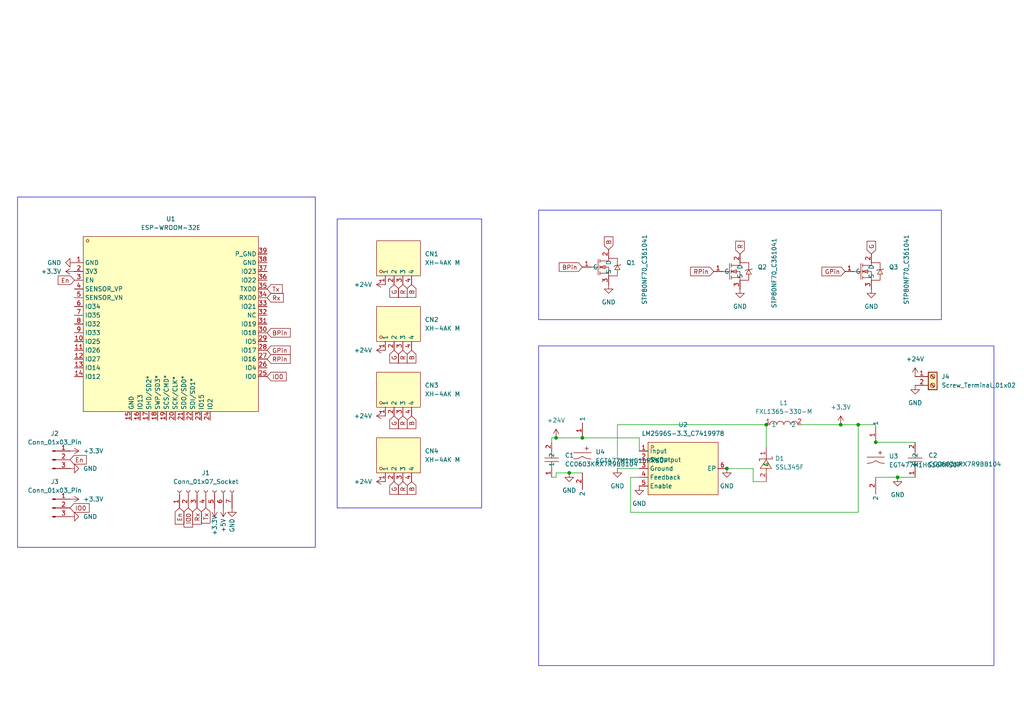
<source format=kicad_sch>
(kicad_sch (version 20231120) (generator "eeschema") (generator_version "8.0")
  (paper "A4")
  (lib_symbols
    (symbol "Connector:Conn_01x03_Pin" (pin_names (offset 1.016) hide)
      (property "Reference" "J" (at 0 5.08 0))
      (property "Value" "Conn_01x03_Pin" (at 0 -5.08 0))
      (symbol "Conn_01x03_Pin_1_1"
        (polyline (pts (xy 1.27 -2.54) (xy 0.8636 -2.54)) (stroke (width 0.1524)))
        (polyline (pts (xy 1.27 0) (xy 0.8636 0)) (stroke (width 0.1524)))
        (polyline (pts (xy 1.27 2.54) (xy 0.8636 2.54)) (stroke (width 0.1524)))
        (rectangle (start 0.8636 -2.413) (end 0 -2.667) (stroke (width 0.1524)) (fill (type outline)))
        (rectangle (start 0.8636 0.127) (end 0 -0.127) (stroke (width 0.1524)) (fill (type outline)))
        (rectangle (start 0.8636 2.667) (end 0 2.413) (stroke (width 0.1524)) (fill (type outline)))
        (pin passive line (at 5.08 2.54 180) (length 3.81) (name "Pin_1") (number "1"))
        (pin passive line (at 5.08 0 180) (length 3.81) (name "Pin_2") (number "2"))
        (pin passive line (at 5.08 -2.54 180) (length 3.81) (name "Pin_3") (number "3"))
      )
    )
    (symbol "Connector:Conn_01x07_Socket" (pin_names (offset 1.016) hide)
      (property "Reference" "J" (at 0 10.16 0))
      (property "Value" "Conn_01x07_Socket" (at 0 -10.16 0))
      (symbol "Conn_01x07_Socket_1_1"
        (arc (start 0 -7.112) (mid -0.5058 -7.62) (end 0 -8.128) (stroke (width 0.1524)))
        (arc (start 0 -4.572) (mid -0.5058 -5.08) (end 0 -5.588) (stroke (width 0.1524)))
        (arc (start 0 -2.032) (mid -0.5058 -2.54) (end 0 -3.048) (stroke (width 0.1524)))
        (polyline (pts (xy -1.27 -7.62) (xy -0.508 -7.62)) (stroke (width 0.1524)))
        (polyline (pts (xy -1.27 -5.08) (xy -0.508 -5.08)) (stroke (width 0.1524)))
        (polyline (pts (xy -1.27 -2.54) (xy -0.508 -2.54)) (stroke (width 0.1524)))
        (polyline (pts (xy -1.27 0) (xy -0.508 0)) (stroke (width 0.1524)))
        (polyline (pts (xy -1.27 2.54) (xy -0.508 2.54)) (stroke (width 0.1524)))
        (polyline (pts (xy -1.27 5.08) (xy -0.508 5.08)) (stroke (width 0.1524)))
        (polyline (pts (xy -1.27 7.62) (xy -0.508 7.62)) (stroke (width 0.1524)))
        (arc (start 0 0.508) (mid -0.5058 0) (end 0 -0.508) (stroke (width 0.1524)))
        (arc (start 0 3.048) (mid -0.5058 2.54) (end 0 2.032) (stroke (width 0.1524)))
        (arc (start 0 5.588) (mid -0.5058 5.08) (end 0 4.572) (stroke (width 0.1524)))
        (arc (start 0 8.128) (mid -0.5058 7.62) (end 0 7.112) (stroke (width 0.1524)))
        (pin passive line (at -5.08 7.62 0) (length 3.81) (name "Pin_1") (number "1"))
        (pin passive line (at -5.08 5.08 0) (length 3.81) (name "Pin_2") (number "2"))
        (pin passive line (at -5.08 2.54 0) (length 3.81) (name "Pin_3") (number "3"))
        (pin passive line (at -5.08 0 0) (length 3.81) (name "Pin_4") (number "4"))
        (pin passive line (at -5.08 -2.54 0) (length 3.81) (name "Pin_5") (number "5"))
        (pin passive line (at -5.08 -5.08 0) (length 3.81) (name "Pin_6") (number "6"))
        (pin passive line (at -5.08 -7.62 0) (length 3.81) (name "Pin_7") (number "7"))
      )
    )
    (symbol "Connector:Screw_Terminal_01x02" (pin_names (offset 1.016) hide)
      (property "Reference" "J" (at 0 2.54 0))
      (property "Value" "Screw_Terminal_01x02" (at 0 -5.08 0))
      (symbol "Screw_Terminal_01x02_1_1"
        (rectangle (start -1.27 1.27) (end 1.27 -3.81) (stroke (width 0.254)) (fill (type background)))
        (circle (center 0 -2.54) (radius 0.635) (stroke (width 0.1524)))
        (polyline (pts (xy -0.5334 -2.2098) (xy 0.3302 -3.048)) (stroke (width 0.1524)))
        (polyline (pts (xy -0.5334 0.3302) (xy 0.3302 -0.508)) (stroke (width 0.1524)))
        (polyline (pts (xy -0.3556 -2.032) (xy 0.508 -2.8702)) (stroke (width 0.1524)))
        (polyline (pts (xy -0.3556 0.508) (xy 0.508 -0.3302)) (stroke (width 0.1524)))
        (circle (center 0 0) (radius 0.635) (stroke (width 0.1524)))
        (pin passive line (at -5.08 0 0) (length 3.81) (name "Pin_1") (number "1"))
        (pin passive line (at -5.08 -2.54 0) (length 3.81) (name "Pin_2") (number "2"))
      )
    )
    (symbol "easyeda2kicad:CC0603KRX7R9BB104"
      (property "Reference" "C" (at 0 5.08 0))
      (property "Value" "CC0603KRX7R9BB104" (at 0 -5.08 0))
      (symbol "CC0603KRX7R9BB104_0_1"
        (polyline (pts (xy -0.51 -2.03) (xy -0.51 2.03)))
        (polyline (pts (xy -0.51 0) (xy -2.54 0)))
        (polyline (pts (xy 0.51 2.03) (xy 0.51 -2.03)))
        (polyline (pts (xy 2.54 0) (xy 0.51 0)))
        (pin unspecified line (at -5.08 0 0) (length 2.54) (name "1") (number "1"))
        (pin unspecified line (at 5.08 0 180) (length 2.54) (name "2") (number "2"))
      )
    )
    (symbol "easyeda2kicad:EGT477M1HG16RRS0P"
      (property "Reference" "U" (at 0 5.08 0))
      (property "Value" "EGT477M1HG16RRS0P" (at 0 -5.08 0))
      (symbol "EGT477M1HG16RRS0P_0_1"
        (rectangle (start -2.54 1.27) (end -1.52 1.27) (fill (type background)))
        (rectangle (start -2.03 1.78) (end -2.03 0.76) (fill (type background)))
        (polyline (pts (xy -0.76 2.54) (xy -0.76 -2.54)))
        (arc (start 0.25 0) (mid 0.8442 1.2066) (end 1.02 2.54))
        (arc (start 1.02 -2.54) (mid 0.8471 -1.2057) (end 0.25 0))
        (pin unspecified line (at -5.08 0 180) (length 4.318) (name "1") (number "1"))
        (pin unspecified line (at 5.08 0 0) (length 4.826) (name "2") (number "2"))
      )
    )
    (symbol "easyeda2kicad:ESP-WROOM-32E"
      (property "Reference" "U" (at 0 27.94 0))
      (property "Value" "ESP-WROOM-32E" (at 0 -30.48 0))
      (symbol "ESP-WROOM-32E_0_1"
        (rectangle (start -25.4 27.94) (end 25.4 -22.86) (fill (type background)))
        (circle (center -24.13 26.67) (radius 0.38))
        (pin unspecified line (at -27.94 20.32 0) (length 2.54) (name "GND") (number "1"))
        (pin unspecified line (at -27.94 -2.54 0) (length 2.54) (name "IO25") (number "10"))
        (pin unspecified line (at -27.94 -5.08 0) (length 2.54) (name "IO26") (number "11"))
        (pin unspecified line (at -27.94 -7.62 0) (length 2.54) (name "IO27") (number "12"))
        (pin unspecified line (at -27.94 -10.16 0) (length 2.54) (name "IO14") (number "13"))
        (pin unspecified line (at -27.94 -12.7 0) (length 2.54) (name "IO12") (number "14"))
        (pin unspecified line (at -11.43 -25.4 90) (length 2.54) (name "GND") (number "15"))
        (pin unspecified line (at -8.89 -25.4 90) (length 2.54) (name "IO13") (number "16"))
        (pin unspecified line (at -6.35 -25.4 90) (length 2.54) (name "SHD/SD2*") (number "17"))
        (pin unspecified line (at -3.81 -25.4 90) (length 2.54) (name "SWP/SD3*") (number "18"))
        (pin unspecified line (at -1.27 -25.4 90) (length 2.54) (name "SCS/CMD*") (number "19"))
        (pin unspecified line (at -27.94 17.78 0) (length 2.54) (name "3V3") (number "2"))
        (pin unspecified line (at 1.27 -25.4 90) (length 2.54) (name "SCK/CLK*") (number "20"))
        (pin unspecified line (at 3.81 -25.4 90) (length 2.54) (name "SDO/SD0*") (number "21"))
        (pin unspecified line (at 6.35 -25.4 90) (length 2.54) (name "SDI/SD1*") (number "22"))
        (pin unspecified line (at 8.89 -25.4 90) (length 2.54) (name "IO15") (number "23"))
        (pin unspecified line (at 11.43 -25.4 90) (length 2.54) (name "IO2") (number "24"))
        (pin unspecified line (at 27.94 -12.7 180) (length 2.54) (name "IO0") (number "25"))
        (pin unspecified line (at 27.94 -10.16 180) (length 2.54) (name "IO4") (number "26"))
        (pin unspecified line (at 27.94 -7.62 180) (length 2.54) (name "IO16") (number "27"))
        (pin unspecified line (at 27.94 -5.08 180) (length 2.54) (name "IO17") (number "28"))
        (pin unspecified line (at 27.94 -2.54 180) (length 2.54) (name "IO5") (number "29"))
        (pin unspecified line (at -27.94 15.24 0) (length 2.54) (name "EN") (number "3"))
        (pin unspecified line (at 27.94 0 180) (length 2.54) (name "IO18") (number "30"))
        (pin unspecified line (at 27.94 2.54 180) (length 2.54) (name "IO19") (number "31"))
        (pin unspecified line (at 27.94 5.08 180) (length 2.54) (name "NC") (number "32"))
        (pin unspecified line (at 27.94 7.62 180) (length 2.54) (name "IO21") (number "33"))
        (pin unspecified line (at 27.94 10.16 180) (length 2.54) (name "RXD0") (number "34"))
        (pin unspecified line (at 27.94 12.7 180) (length 2.54) (name "TXD0") (number "35"))
        (pin unspecified line (at 27.94 15.24 180) (length 2.54) (name "IO22") (number "36"))
        (pin unspecified line (at 27.94 17.78 180) (length 2.54) (name "IO23") (number "37"))
        (pin unspecified line (at 27.94 20.32 180) (length 2.54) (name "GND") (number "38"))
        (pin unspecified line (at 27.94 22.86 180) (length 2.54) (name "P_GND") (number "39"))
        (pin unspecified line (at -27.94 12.7 0) (length 2.54) (name "SENSOR_VP") (number "4"))
        (pin unspecified line (at -27.94 10.16 0) (length 2.54) (name "SENSOR_VN") (number "5"))
        (pin unspecified line (at -27.94 7.62 0) (length 2.54) (name "IO34") (number "6"))
        (pin unspecified line (at -27.94 5.08 0) (length 2.54) (name "IO35") (number "7"))
        (pin unspecified line (at -27.94 2.54 0) (length 2.54) (name "IO32") (number "8"))
        (pin unspecified line (at -27.94 0 0) (length 2.54) (name "IO33") (number "9"))
      )
    )
    (symbol "easyeda2kicad:FXL1365-330-M"
      (property "Reference" "L" (at 0 5.08 0))
      (property "Value" "FXL1365-330-M" (at 0 -5.08 0))
      (symbol "FXL1365-330-M_0_1"
        (arc (start -2.03 0.01) (mid -3.055 1.013) (end -4.06 -0.01))
        (arc (start 0 0.01) (mid -1.025 1.013) (end -2.03 -0.01))
        (arc (start 2.03 0.01) (mid 1.005 1.013) (end 0 -0.01))
        (arc (start 4.06 0.01) (mid 3.035 1.013) (end 2.03 -0.01))
        (pin unspecified line (at -5.08 0 0) (length 1.016) (name "1") (number "1"))
        (pin unspecified line (at 5.08 0 180) (length 1.016) (name "2") (number "2"))
      )
    )
    (symbol "easyeda2kicad:LM2596S-3.3_C7419978"
      (property "Reference" "U" (at 0 10.16 0))
      (property "Value" "LM2596S-3.3_C7419978" (at 0 -10.16 0))
      (symbol "LM2596S-3.3_C7419978_0_1"
        (rectangle (start -10.16 7.62) (end 10.16 -7.62) (fill (type background)))
        (circle (center -8.89 6.35) (radius 0.38))
        (pin unspecified line (at -12.7 5.08 0) (length 2.54) (name "Input") (number "1"))
        (pin unspecified line (at -12.7 2.54 0) (length 2.54) (name "SWOutput") (number "2"))
        (pin unspecified line (at -12.7 0 0) (length 2.54) (name "Ground") (number "3"))
        (pin unspecified line (at -12.7 -2.54 0) (length 2.54) (name "Feedback") (number "4"))
        (pin unspecified line (at -12.7 -5.08 0) (length 2.54) (name "Enable") (number "5"))
        (pin unspecified line (at 12.7 0 180) (length 2.54) (name "EP") (number "6"))
      )
    )
    (symbol "easyeda2kicad:SSL345F"
      (property "Reference" "D" (at 0 5.08 0))
      (property "Value" "SSL345F" (at 0 -5.08 0))
      (symbol "SSL345F_0_1"
        (polyline (pts (xy 1.27 1.52) (xy -1.27 0) (xy 1.27 -1.78) (xy 1.27 1.52)) (fill (type background)))
        (polyline (pts (xy -2.03 1.52) (xy -2.03 1.78) (xy -1.52 1.78) (xy -1.52 -2.03) (xy -1.02 -2.03) (xy -1.02 -1.78)))
        (pin unspecified line (at -5.08 0 0) (length 3.81) (name "C") (number "1"))
        (pin unspecified line (at 5.08 0 180) (length 3.81) (name "A") (number "2"))
      )
    )
    (symbol "easyeda2kicad:STP80NF70_C361041"
      (property "Reference" "Q" (at 0 10.16 0))
      (property "Value" "STP80NF70_C361041" (at 0 -10.16 0))
      (symbol "STP80NF70_C361041_0_1"
        (polyline (pts (xy -5.08 0) (xy -3.05 0)))
        (polyline (pts (xy -3.05 2.29) (xy -3.05 -2.29)))
        (polyline (pts (xy -2.54 -2.29) (xy -2.54 -1.27)))
        (polyline (pts (xy -2.54 -0.51) (xy -2.54 0.51)))
        (polyline (pts (xy -2.54 2.29) (xy -2.54 1.27)))
        (polyline (pts (xy 0 -1.78) (xy -2.54 -1.78)))
        (polyline (pts (xy -2.54 0) (xy -1.02 -0.51) (xy -1.02 0.51) (xy -2.54 0)) (fill (type background)))
        (polyline (pts (xy 2.54 0.51) (xy 1.78 -0.76) (xy 3.3 -0.76) (xy 2.54 0.51)) (fill (type background)))
        (polyline (pts (xy 3.56 0.76) (xy 3.05 0.51) (xy 2.03 0.51) (xy 1.52 0.25)))
        (polyline (pts (xy -2.54 0) (xy 0 0) (xy 0 -2.54) (xy 2.54 -2.54) (xy 2.54 -0.76)))
        (polyline (pts (xy -2.54 1.78) (xy 0 1.78) (xy 0 2.54) (xy 2.54 2.54) (xy 2.54 0.51)))
        (pin unspecified line (at -7.62 0 0) (length 2.54) (name "G") (number "1"))
        (pin unspecified line (at 0 5.08 270) (length 2.54) (name "D") (number "2"))
        (pin unspecified line (at 0 -5.08 90) (length 2.54) (name "S") (number "3"))
      )
    )
    (symbol "easyeda2kicad:XH-4AKM"
      (property "Reference" "CN" (at 0 8.89 0))
      (property "Value" "XH-4AK M" (at 0 -8.89 0))
      (symbol "XH-4AKM_0_1"
        (rectangle (start -3.81 6.35) (end 6.35 -6.35) (fill (type background)))
        (circle (center -2.54 5.08) (radius 0.38))
        (pin unspecified line (at -6.35 3.81 0) (length 2.54) (name "1") (number "1"))
        (pin unspecified line (at -6.35 1.27 0) (length 2.54) (name "2") (number "2"))
        (pin unspecified line (at -6.35 -1.27 0) (length 2.54) (name "3") (number "3"))
        (pin unspecified line (at -6.35 -3.81 0) (length 2.54) (name "4") (number "4"))
      )
    )
    (symbol "power:+24V" (power) (pin_numbers hide) (pin_names (offset 0) hide)
      (property "Value" "+24V" (at 0 3.556 0))
      (symbol "+24V_0_1"
        (polyline (pts (xy -0.762 1.27) (xy 0 2.54)))
        (polyline (pts (xy 0 0) (xy 0 2.54)))
        (polyline (pts (xy 0 2.54) (xy 0.762 1.27)))
      )
      (symbol "+24V_1_1"
        (pin power_in line (at 0 0 90) (length 0) (name "~") (number "1"))
      )
    )
    (symbol "power:+3.3V" (power) (pin_numbers hide) (pin_names (offset 0) hide)
      (property "Value" "+3.3V" (at 0 3.556 0))
      (symbol "+3.3V_0_1"
        (polyline (pts (xy -0.762 1.27) (xy 0 2.54)))
        (polyline (pts (xy 0 0) (xy 0 2.54)))
        (polyline (pts (xy 0 2.54) (xy 0.762 1.27)))
      )
      (symbol "+3.3V_1_1"
        (pin power_in line (at 0 0 90) (length 0) (name "~") (number "1"))
      )
    )
    (symbol "power:+5V" (power) (pin_numbers hide) (pin_names (offset 0) hide)
      (property "Value" "+5V" (at 0 3.556 0))
      (symbol "+5V_0_1"
        (polyline (pts (xy -0.762 1.27) (xy 0 2.54)))
        (polyline (pts (xy 0 0) (xy 0 2.54)))
        (polyline (pts (xy 0 2.54) (xy 0.762 1.27)))
      )
      (symbol "+5V_1_1"
        (pin power_in line (at 0 0 90) (length 0) (name "~") (number "1"))
      )
    )
    (symbol "power:GND" (power) (pin_numbers hide) (pin_names (offset 0) hide)
      (property "Value" "GND" (at 0 -3.81 0))
      (symbol "GND_0_1"
        (polyline (pts (xy 0 0) (xy 0 -1.27) (xy 1.27 -1.27) (xy 0 -2.54) (xy -1.27 -1.27) (xy 0 -1.27)))
      )
      (symbol "GND_1_1"
        (pin power_in line (at 0 0 270) (length 0) (name "~") (number "1"))
      )
    )
  )
  (junction (at 260.35 138.43))
  (junction (at 161.29 127))
  (junction (at 254 128.27))
  (junction (at 222.25 123.19))
  (junction (at 168.91 127))
  (junction (at 243.84 123.19))
  (junction (at 165.1 137.16))
  (junction (at 210.82 135.89))
  (junction (at 248.92 123.19))
  (wire (pts (xy 182.88 138.43) (xy 182.88 148.59)))
  (wire (pts (xy 182.88 148.59) (xy 248.92 148.59)))
  (wire (pts (xy 160.02 127) (xy 161.29 127)))
  (wire (pts (xy 254 123.19) (xy 254 128.27)))
  (wire (pts (xy 232.41 123.19) (xy 243.84 123.19)))
  (wire (pts (xy 218.44 135.89) (xy 210.82 135.89)))
  (wire (pts (xy 161.29 138.43) (xy 160.02 138.43)))
  (wire (pts (xy 222.25 123.19) (xy 222.25 129.54)))
  (wire (pts (xy 168.91 127) (xy 185.42 127)))
  (wire (pts (xy 168.91 137.16) (xy 165.1 137.16)))
  (wire (pts (xy 248.92 148.59) (xy 248.92 123.19)))
  (wire (pts (xy 161.29 127) (xy 168.91 127)))
  (wire (pts (xy 185.42 133.35) (xy 179.07 133.35)))
  (wire (pts (xy 160.02 128.27) (xy 160.02 127)))
  (wire (pts (xy 185.42 138.43) (xy 182.88 138.43)))
  (wire (pts (xy 248.92 123.19) (xy 254 123.19)))
  (wire (pts (xy 179.07 133.35) (xy 179.07 123.19)))
  (wire (pts (xy 161.29 137.16) (xy 161.29 138.43)))
  (wire (pts (xy 254 128.27) (xy 265.43 128.27)))
  (wire (pts (xy 222.25 139.7) (xy 218.44 139.7)))
  (wire (pts (xy 165.1 137.16) (xy 161.29 137.16)))
  (wire (pts (xy 243.84 123.19) (xy 248.92 123.19)))
  (wire (pts (xy 260.35 138.43) (xy 265.43 138.43)))
  (wire (pts (xy 179.07 123.19) (xy 222.25 123.19)))
  (wire (pts (xy 179.07 135.89) (xy 185.42 135.89)))
  (wire (pts (xy 254 138.43) (xy 260.35 138.43)))
  (wire (pts (xy 185.42 130.81) (xy 185.42 127)))
  (wire (pts (xy 218.44 139.7) (xy 218.44 135.89)))
  (rectangle (start 156.21 60.96) (end 273.05 92.71))
  (rectangle (start 156.21 100.33) (end 288.29 193.04))
  (rectangle (start 97.79 63.5) (end 139.7 147.32))
  (rectangle (start 5.08 57.15) (end 91.44 158.75))
  (global_label "Rx" (shape input) (at 77.47 86.36 0) (property "Intersheetrefs" "${INTERSHEET_REFS}" (effects (hide yes))))
  (global_label "R" (shape input) (at 116.84 120.65 270) (property "Intersheetrefs" "${INTERSHEET_REFS}" (effects (hide yes))))
  (global_label "Tx" (shape input) (at 77.47 83.82 0) (property "Intersheetrefs" "${INTERSHEET_REFS}" (effects (hide yes))))
  (global_label "B" (shape input) (at 119.38 82.55 270) (property "Intersheetrefs" "${INTERSHEET_REFS}" (effects (hide yes))))
  (global_label "R" (shape input) (at 116.84 101.6 270) (property "Intersheetrefs" "${INTERSHEET_REFS}" (effects (hide yes))))
  (global_label "G" (shape input) (at 114.3 82.55 270) (property "Intersheetrefs" "${INTERSHEET_REFS}" (effects (hide yes))))
  (global_label "RPin" (shape input) (at 77.47 104.14 0) (property "Intersheetrefs" "${INTERSHEET_REFS}" (effects (hide yes))))
  (global_label "GPin" (shape input) (at 245.11 78.74 180) (property "Intersheetrefs" "${INTERSHEET_REFS}" (effects (hide yes))))
  (global_label "G" (shape input) (at 114.3 139.7 270) (property "Intersheetrefs" "${INTERSHEET_REFS}" (effects (hide yes))))
  (global_label "BPin" (shape input) (at 168.91 77.47 180) (property "Intersheetrefs" "${INTERSHEET_REFS}" (effects (hide yes))))
  (global_label "B" (shape input) (at 119.38 101.6 270) (property "Intersheetrefs" "${INTERSHEET_REFS}" (effects (hide yes))))
  (global_label "IO0" (shape input) (at 77.47 109.22 0) (property "Intersheetrefs" "${INTERSHEET_REFS}" (effects (hide yes))))
  (global_label "R" (shape input) (at 214.63 73.66 90) (property "Intersheetrefs" "${INTERSHEET_REFS}" (effects (hide yes))))
  (global_label "B" (shape input) (at 119.38 139.7 270) (property "Intersheetrefs" "${INTERSHEET_REFS}" (effects (hide yes))))
  (global_label "RPin" (shape input) (at 207.01 78.74 180) (property "Intersheetrefs" "${INTERSHEET_REFS}" (effects (hide yes))))
  (global_label "G" (shape input) (at 114.3 120.65 270) (property "Intersheetrefs" "${INTERSHEET_REFS}" (effects (hide yes))))
  (global_label "B" (shape input) (at 119.38 120.65 270) (property "Intersheetrefs" "${INTERSHEET_REFS}" (effects (hide yes))))
  (global_label "R" (shape input) (at 116.84 139.7 270) (property "Intersheetrefs" "${INTERSHEET_REFS}" (effects (hide yes))))
  (global_label "GPin" (shape input) (at 77.47 101.6 0) (property "Intersheetrefs" "${INTERSHEET_REFS}" (effects (hide yes))))
  (global_label "G" (shape input) (at 114.3 101.6 270) (property "Intersheetrefs" "${INTERSHEET_REFS}" (effects (hide yes))))
  (global_label "R" (shape input) (at 116.84 82.55 270) (property "Intersheetrefs" "${INTERSHEET_REFS}" (effects (hide yes))))
  (global_label "En" (shape input) (at 20.32 133.35 0) (property "Intersheetrefs" "${INTERSHEET_REFS}" (effects (hide yes))))
  (global_label "En" (shape input) (at 21.59 81.28 180) (property "Intersheetrefs" "${INTERSHEET_REFS}" (effects (hide yes))))
  (global_label "IO0" (shape input) (at 54.61 147.32 270) (property "Intersheetrefs" "${INTERSHEET_REFS}" (effects (hide yes))))
  (global_label "IO0" (shape input) (at 20.32 147.32 0) (property "Intersheetrefs" "${INTERSHEET_REFS}" (effects (hide yes))))
  (global_label "B" (shape input) (at 176.53 72.39 90) (property "Intersheetrefs" "${INTERSHEET_REFS}" (effects (hide yes))))
  (global_label "Tx" (shape input) (at 59.69 147.32 270) (property "Intersheetrefs" "${INTERSHEET_REFS}" (effects (hide yes))))
  (global_label "En" (shape input) (at 52.07 147.32 270) (property "Intersheetrefs" "${INTERSHEET_REFS}" (effects (hide yes))))
  (global_label "Rx" (shape input) (at 57.15 147.32 270) (property "Intersheetrefs" "${INTERSHEET_REFS}" (effects (hide yes))))
  (global_label "G" (shape input) (at 252.73 73.66 90) (property "Intersheetrefs" "${INTERSHEET_REFS}" (effects (hide yes))))
  (global_label "BPin" (shape input) (at 77.47 96.52 0) (property "Intersheetrefs" "${INTERSHEET_REFS}" (effects (hide yes))))
  (symbol (lib_id "power:GND") (at 165.1 137.16 0) (unit 1)
    (property "Reference" "#PWR018" (effects (hide yes)))
    (property "Value" "GND" (at 165.1 142.24 0))
    (property "Description" "Power symbol creates a global label with name \"GND\" , ground" (effects (hide yes)))
  )
  (symbol (lib_id "easyeda2kicad:EGT477M1HG16RRS0P") (at 168.91 132.08 270) (unit 1)
    (property "Reference" "U4" (at 172.72 131.0639 90) (effects (justify left)))
    (property "Value" "EGT477M1HG16RRS0P" (at 172.72 133.6039 90) (effects (justify left)))
    (property "Footprint" "easyeda2kicad:CAP-TH_BD10.0-P5.00-D0.6-FD-A" (effects (hide yes)))
    (property "LCSC Part" "C3015599" (effects (hide yes)))
  )
  (symbol (lib_id "easyeda2kicad:CC0603KRX7R9BB104") (at 160.02 133.35 90) (unit 1)
    (property "Reference" "C1" (at 163.83 132.0799 90) (effects (justify right)))
    (property "Value" "CC0603KRX7R9BB104" (at 163.83 134.6199 90) (effects (justify right)))
    (property "Footprint" "easyeda2kicad:C0603" (effects (hide yes)))
    (property "Datasheet" "https://lcsc.com/product-detail/Multilayer-Ceramic-Capacitors-MLCC-SMD-SMT_100nF-104-10-50V_C14663.html" (effects (hide yes)))
    (property "LCSC Part" "C14663" (effects (hide yes)))
  )
  (symbol (lib_id "Connector:Conn_01x03_Pin") (at 15.24 133.35 0) (unit 1)
    (property "Reference" "J2" (at 15.875 125.73 0))
    (property "Value" "Conn_01x03_Pin" (at 15.875 128.27 0))
    (property "Footprint" "Connector_PinHeader_2.54mm:PinHeader_1x03_P2.54mm_Vertical" (effects (hide yes)))
    (property "Description" "Generic connector, single row, 01x03, script generated" (effects (hide yes)))
  )
  (symbol (lib_id "power:+3.3V") (at 62.23 147.32 180) (unit 1)
    (property "Reference" "#PWR011" (effects (hide yes)))
    (property "Value" "+3.3V" (at 62.23 152.4 90))
    (property "Description" "Power symbol creates a global label with name \"+3.3V\"" (effects (hide yes)))
  )
  (symbol (lib_id "easyeda2kicad:LM2596S-3.3_C7419978") (at 198.12 135.89 0) (unit 1)
    (property "Reference" "U2" (at 198.12 123.19 0))
    (property "Value" "LM2596S-3.3_C7419978" (at 198.12 125.73 0))
    (property "Footprint" "easyeda2kicad:TO-263-5_L10.0-W9.0-P1.70-LS15.2-BR" (effects (hide yes)))
    (property "LCSC Part" "C7419978" (effects (hide yes)))
  )
  (symbol (lib_id "easyeda2kicad:ESP-WROOM-32E") (at 49.53 96.52 0) (unit 1)
    (property "Reference" "U1" (at 49.53 63.5 0))
    (property "Value" "ESP-WROOM-32E" (at 49.53 66.04 0))
    (property "Footprint" "easyeda2kicad:COMM-SMD_ESP-WROOM-32D" (effects (hide yes)))
    (property "LCSC Part" "C19949066" (effects (hide yes)))
  )
  (symbol (lib_id "power:GND") (at 67.31 147.32 0) (unit 1)
    (property "Reference" "#PWR010" (effects (hide yes)))
    (property "Value" "GND" (at 67.31 152.4 90))
    (property "Description" "Power symbol creates a global label with name \"GND\" , ground" (effects (hide yes)))
  )
  (symbol (lib_id "easyeda2kicad:EGT477M1HG16RRS0P") (at 254 133.35 270) (unit 1)
    (property "Reference" "U3" (at 257.81 132.3339 90) (effects (justify left)))
    (property "Value" "EGT477M1HG16RRS0P" (at 257.81 134.8739 90) (effects (justify left)))
    (property "Footprint" "easyeda2kicad:CAP-TH_BD10.0-P5.00-D0.6-FD-A" (effects (hide yes)))
    (property "LCSC Part" "C3015599" (effects (hide yes)))
  )
  (symbol (lib_id "power:GND") (at 214.63 83.82 0) (unit 1)
    (property "Reference" "#PWR03" (effects (hide yes)))
    (property "Value" "GND" (at 214.63 88.9 0))
    (property "Description" "Power symbol creates a global label with name \"GND\" , ground" (effects (hide yes)))
  )
  (symbol (lib_id "power:+3.3V") (at 20.32 144.78 270) (unit 1)
    (property "Reference" "#PWR013" (effects (hide yes)))
    (property "Value" "+3.3V" (at 24.13 144.7799 90) (effects (justify left)))
    (property "Description" "Power symbol creates a global label with name \"+3.3V\"" (effects (hide yes)))
  )
  (symbol (lib_id "power:GND") (at 20.32 149.86 90) (unit 1)
    (property "Reference" "#PWR016" (effects (hide yes)))
    (property "Value" "GND" (at 24.13 149.8599 90) (effects (justify right)))
    (property "Description" "Power symbol creates a global label with name \"GND\" , ground" (effects (hide yes)))
  )
  (symbol (lib_id "easyeda2kicad:XH-4AKM") (at 115.57 133.35 90) (unit 1)
    (property "Reference" "CN4" (at 123.19 130.8099 90) (effects (justify right)))
    (property "Value" "XH-4AK M" (at 123.19 133.3499 90) (effects (justify right)))
    (property "Footprint" "easyeda2kicad:CONN-TH_4P-P2.50_XH-4A" (effects (hide yes)))
    (property "Datasheet" "https://lcsc.com/product-detail/XH-Connectors_XHsocket-1-4P-2-5mm_C146106.html" (effects (hide yes)))
    (property "LCSC Part" "C146106" (effects (hide yes)))
  )
  (symbol (lib_id "power:+3.3V") (at 243.84 123.19 0) (unit 1)
    (property "Reference" "#PWR023" (effects (hide yes)))
    (property "Value" "+3.3V" (at 243.84 118.11 0))
    (property "Description" "Power symbol creates a global label with name \"+3.3V\"" (effects (hide yes)))
  )
  (symbol (lib_id "power:GND") (at 265.43 111.76 0) (unit 1)
    (property "Reference" "#PWR01" (effects (hide yes)))
    (property "Value" "GND" (at 265.43 116.84 0))
    (property "Description" "Power symbol creates a global label with name \"GND\" , ground" (effects (hide yes)))
  )
  (symbol (lib_id "power:GND") (at 21.59 76.2 270) (unit 1)
    (property "Reference" "#PWR05" (effects (hide yes)))
    (property "Value" "GND" (at 17.78 76.1999 90) (effects (justify right)))
    (property "Description" "Power symbol creates a global label with name \"GND\" , ground" (effects (hide yes)))
  )
  (symbol (lib_id "power:+24V") (at 265.43 109.22 0) (unit 1)
    (property "Reference" "#PWR017" (effects (hide yes)))
    (property "Value" "+24V" (at 265.43 104.14 0))
    (property "Description" "Power symbol creates a global label with name \"+24V\"" (effects (hide yes)))
  )
  (symbol (lib_id "power:+24V") (at 111.76 101.6 90) (unit 1)
    (property "Reference" "#PWR020" (effects (hide yes)))
    (property "Value" "+24V" (at 107.95 101.5999 90) (effects (justify left)))
    (property "Description" "Power symbol creates a global label with name \"+24V\"" (effects (hide yes)))
  )
  (symbol (lib_id "power:+24V") (at 111.76 139.7 90) (unit 1)
    (property "Reference" "#PWR022" (effects (hide yes)))
    (property "Value" "+24V" (at 107.95 139.6999 90) (effects (justify left)))
    (property "Description" "Power symbol creates a global label with name \"+24V\"" (effects (hide yes)))
  )
  (symbol (lib_id "easyeda2kicad:STP80NF70_C361041") (at 176.53 77.47 0) (unit 1)
    (property "Reference" "Q1" (at 181.61 76.1999 0) (effects (justify left)))
    (property "Value" "STP80NF70_C361041" (at 186.944 88.392 90) (effects (justify left)))
    (property "Footprint" "easyeda2kicad:TO-220AB-3_L10.4-W4.6-P2.54-T" (effects (hide yes)))
    (property "Datasheet" "https://lcsc.com/product-detail/Others_STMicroelectronics-STP80NF70_C361041.html" (effects (hide yes)))
    (property "LCSC Part" "C361041" (effects (hide yes)))
  )
  (symbol (lib_id "power:+3.3V") (at 21.59 78.74 90) (unit 1)
    (property "Reference" "#PWR09" (effects (hide yes)))
    (property "Value" "+3.3V" (at 17.78 78.7399 90) (effects (justify left)))
    (property "Description" "Power symbol creates a global label with name \"+3.3V\"" (effects (hide yes)))
  )
  (symbol (lib_id "easyeda2kicad:SSL345F") (at 222.25 134.62 270) (unit 1)
    (property "Reference" "D1" (at 224.79 132.9699 90) (effects (justify left)))
    (property "Value" "SSL345F" (at 224.79 135.5099 90) (effects (justify left)))
    (property "Footprint" "easyeda2kicad:SMAF_L3.5-W2.6-LS4.7-RD" (effects (hide yes)))
    (property "Datasheet" "https://lcsc.com/product-detail/_Shandong-Jingdao-Microelectronics-SSL345F_C382791.html" (effects (hide yes)))
    (property "LCSC Part" "C382791" (effects (hide yes)))
  )
  (symbol (lib_id "power:+5V") (at 64.77 147.32 180) (unit 1)
    (property "Reference" "#PWR012" (effects (hide yes)))
    (property "Value" "+5V" (at 64.77 152.4 90))
    (property "Description" "Power symbol creates a global label with name \"+5V\"" (effects (hide yes)))
  )
  (symbol (lib_id "power:GND") (at 185.42 140.97 0) (unit 1)
    (property "Reference" "#PWR025" (effects (hide yes)))
    (property "Value" "GND" (at 185.42 146.05 0))
    (property "Description" "Power symbol creates a global label with name \"GND\" , ground" (effects (hide yes)))
  )
  (symbol (lib_id "Connector:Conn_01x03_Pin") (at 15.24 147.32 0) (unit 1)
    (property "Reference" "J3" (at 15.875 139.7 0))
    (property "Value" "Conn_01x03_Pin" (at 15.875 142.24 0))
    (property "Footprint" "Connector_PinHeader_2.54mm:PinHeader_1x03_P2.54mm_Vertical" (effects (hide yes)))
    (property "Description" "Generic connector, single row, 01x03, script generated" (effects (hide yes)))
  )
  (symbol (lib_id "power:GND") (at 176.53 82.55 0) (unit 1)
    (property "Reference" "#PWR02" (effects (hide yes)))
    (property "Value" "GND" (at 176.53 87.63 0))
    (property "Description" "Power symbol creates a global label with name \"GND\" , ground" (effects (hide yes)))
  )
  (symbol (lib_id "easyeda2kicad:STP80NF70_C361041") (at 252.73 78.74 0) (unit 1)
    (property "Reference" "Q3" (at 257.81 77.4699 0) (effects (justify left)))
    (property "Value" "STP80NF70_C361041" (at 262.89 88.392 90) (effects (justify left)))
    (property "Footprint" "easyeda2kicad:TO-220AB-3_L10.4-W4.6-P2.54-T" (effects (hide yes)))
    (property "Datasheet" "https://lcsc.com/product-detail/Others_STMicroelectronics-STP80NF70_C361041.html" (effects (hide yes)))
    (property "LCSC Part" "C361041" (effects (hide yes)))
  )
  (symbol (lib_id "easyeda2kicad:FXL1365-330-M") (at 227.33 123.19 0) (unit 1)
    (property "Reference" "L1" (at 227.33 116.84 0))
    (property "Value" "FXL1365-330-M" (at 227.33 119.38 0))
    (property "Footprint" "easyeda2kicad:IND-SMD_L13.8-W12.7" (effects (hide yes)))
    (property "LCSC Part" "C5359277" (effects (hide yes)))
  )
  (symbol (lib_id "power:GND") (at 260.35 138.43 0) (unit 1)
    (property "Reference" "#PWR08" (effects (hide yes)))
    (property "Value" "GND" (at 260.35 143.51 0))
    (property "Description" "Power symbol creates a global label with name \"GND\" , ground" (effects (hide yes)))
  )
  (symbol (lib_id "easyeda2kicad:CC0603KRX7R9BB104") (at 265.43 133.35 90) (unit 1)
    (property "Reference" "C2" (at 269.24 132.0799 90) (effects (justify right)))
    (property "Value" "CC0603KRX7R9BB104" (at 269.24 134.6199 90) (effects (justify right)))
    (property "Footprint" "easyeda2kicad:C0603" (effects (hide yes)))
    (property "Datasheet" "https://lcsc.com/product-detail/Multilayer-Ceramic-Capacitors-MLCC-SMD-SMT_100nF-104-10-50V_C14663.html" (effects (hide yes)))
    (property "LCSC Part" "C14663" (effects (hide yes)))
  )
  (symbol (lib_id "easyeda2kicad:STP80NF70_C361041") (at 214.63 78.74 0) (unit 1)
    (property "Reference" "Q2" (at 219.71 77.4699 0) (effects (justify left)))
    (property "Value" "STP80NF70_C361041" (at 224.536 89.408 90) (effects (justify left)))
    (property "Footprint" "easyeda2kicad:TO-220AB-3_L10.4-W4.6-P2.54-T" (effects (hide yes)))
    (property "Datasheet" "https://lcsc.com/product-detail/Others_STMicroelectronics-STP80NF70_C361041.html" (effects (hide yes)))
    (property "LCSC Part" "C361041" (effects (hide yes)))
  )
  (symbol (lib_id "power:+24V") (at 111.76 120.65 90) (unit 1)
    (property "Reference" "#PWR021" (effects (hide yes)))
    (property "Value" "+24V" (at 107.95 120.6499 90) (effects (justify left)))
    (property "Description" "Power symbol creates a global label with name \"+24V\"" (effects (hide yes)))
  )
  (symbol (lib_id "easyeda2kicad:XH-4AKM") (at 115.57 76.2 90) (unit 1)
    (property "Reference" "CN1" (at 123.19 73.6599 90) (effects (justify right)))
    (property "Value" "XH-4AK M" (at 123.19 76.1999 90) (effects (justify right)))
    (property "Footprint" "easyeda2kicad:CONN-TH_4P-P2.50_XH-4A" (effects (hide yes)))
    (property "Datasheet" "https://lcsc.com/product-detail/XH-Connectors_XHsocket-1-4P-2-5mm_C146106.html" (effects (hide yes)))
    (property "LCSC Part" "C146106" (effects (hide yes)))
  )
  (symbol (lib_id "power:+24V") (at 111.76 82.55 90) (unit 1)
    (property "Reference" "#PWR019" (effects (hide yes)))
    (property "Value" "+24V" (at 107.95 82.5499 90) (effects (justify left)))
    (property "Description" "Power symbol creates a global label with name \"+24V\"" (effects (hide yes)))
  )
  (symbol (lib_id "power:GND") (at 20.32 135.89 90) (unit 1)
    (property "Reference" "#PWR015" (effects (hide yes)))
    (property "Value" "GND" (at 24.13 135.8899 90) (effects (justify right)))
    (property "Description" "Power symbol creates a global label with name \"GND\" , ground" (effects (hide yes)))
  )
  (symbol (lib_id "power:GND") (at 252.73 83.82 0) (unit 1)
    (property "Reference" "#PWR04" (effects (hide yes)))
    (property "Value" "GND" (at 252.73 88.9 0))
    (property "Description" "Power symbol creates a global label with name \"GND\" , ground" (effects (hide yes)))
  )
  (symbol (lib_id "power:GND") (at 179.07 135.89 0) (unit 1)
    (property "Reference" "#PWR06" (effects (hide yes)))
    (property "Value" "GND" (at 179.07 140.97 0))
    (property "Description" "Power symbol creates a global label with name \"GND\" , ground" (effects (hide yes)))
  )
  (symbol (lib_id "power:+3.3V") (at 20.32 130.81 270) (unit 1)
    (property "Reference" "#PWR014" (effects (hide yes)))
    (property "Value" "+3.3V" (at 24.13 130.8099 90) (effects (justify left)))
    (property "Description" "Power symbol creates a global label with name \"+3.3V\"" (effects (hide yes)))
  )
  (symbol (lib_id "easyeda2kicad:XH-4AKM") (at 115.57 114.3 90) (unit 1)
    (property "Reference" "CN3" (at 123.19 111.7599 90) (effects (justify right)))
    (property "Value" "XH-4AK M" (at 123.19 114.2999 90) (effects (justify right)))
    (property "Footprint" "easyeda2kicad:CONN-TH_4P-P2.50_XH-4A" (effects (hide yes)))
    (property "Datasheet" "https://lcsc.com/product-detail/XH-Connectors_XHsocket-1-4P-2-5mm_C146106.html" (effects (hide yes)))
    (property "LCSC Part" "C146106" (effects (hide yes)))
  )
  (symbol (lib_id "Connector:Screw_Terminal_01x02") (at 270.51 109.22 0) (unit 1)
    (property "Reference" "J4" (at 273.05 109.2199 0) (effects (justify left)))
    (property "Value" "Screw_Terminal_01x02" (at 273.05 111.7599 0) (effects (justify left)))
    (property "Footprint" "TerminalBlock_Phoenix:TerminalBlock_Phoenix_MKDS-1,5-2-5.08_1x02_P5.08mm_Horizontal" (effects (hide yes)))
    (property "Description" "Generic screw terminal, single row, 01x02, script generated (kicad-library-utils/schlib/autogen/connector/)" (effects (hide yes)))
  )
  (symbol (lib_id "easyeda2kicad:XH-4AKM") (at 115.57 95.25 90) (unit 1)
    (property "Reference" "CN2" (at 123.19 92.7099 90) (effects (justify right)))
    (property "Value" "XH-4AK M" (at 123.19 95.2499 90) (effects (justify right)))
    (property "Footprint" "easyeda2kicad:CONN-TH_4P-P2.50_XH-4A" (effects (hide yes)))
    (property "Datasheet" "https://lcsc.com/product-detail/XH-Connectors_XHsocket-1-4P-2-5mm_C146106.html" (effects (hide yes)))
    (property "LCSC Part" "C146106" (effects (hide yes)))
  )
  (symbol (lib_id "power:+24V") (at 161.29 127 0) (unit 1)
    (property "Reference" "#PWR024" (effects (hide yes)))
    (property "Value" "+24V" (at 161.29 121.92 0))
    (property "Description" "Power symbol creates a global label with name \"+24V\"" (effects (hide yes)))
  )
  (symbol (lib_id "power:GND") (at 210.82 135.89 0) (unit 1)
    (property "Reference" "#PWR07" (effects (hide yes)))
    (property "Value" "GND" (at 210.82 140.97 0))
    (property "Description" "Power symbol creates a global label with name \"GND\" , ground" (effects (hide yes)))
  )
  (symbol (lib_id "Connector:Conn_01x07_Socket") (at 59.69 142.24 90) (unit 1)
    (property "Reference" "J1" (at 59.69 137.16 90))
    (property "Value" "Conn_01x07_Socket" (at 59.69 139.7 90))
    (property "Footprint" "Connector_PinSocket_2.54mm:PinSocket_1x07_P2.54mm_Horizontal" (effects (hide yes)))
    (property "Description" "Generic connector, single row, 01x07, script generated" (effects (hide yes)))
  )
)
</source>
